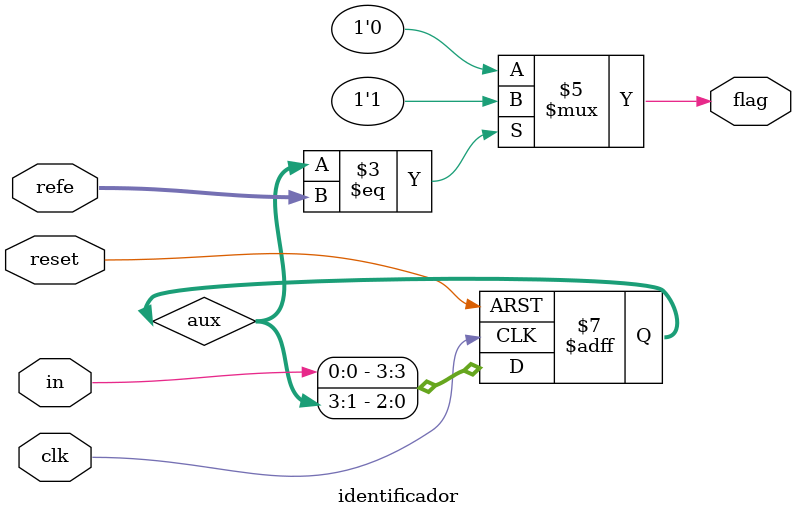
<source format=sv>
module identificador
	(
		input  clk,
		input  reset,
		input  in, // entrada serial
      input  [3:0] refe,// referência
		output reg flag // flag para disparar quando a sequência for identificada 
		);

  logic [3:0] aux;                

  always_ff @(posedge clk, posedge reset)
	begin
      if(reset)
		begin
			aux <= 4'd0;//auxiliar para receber 4 bits da entrada e verificar com a referência 
		end
		else begin
          aux[3] <= in; 
          aux[2] <= aux[3];
          aux[1] <= aux[2];
          aux[0] <= aux[1];
		end
	end

	always_comb begin
      if(aux == refe) flag = 1; //verificando a referência 

		else flag = 0;
	end

endmodule

</source>
